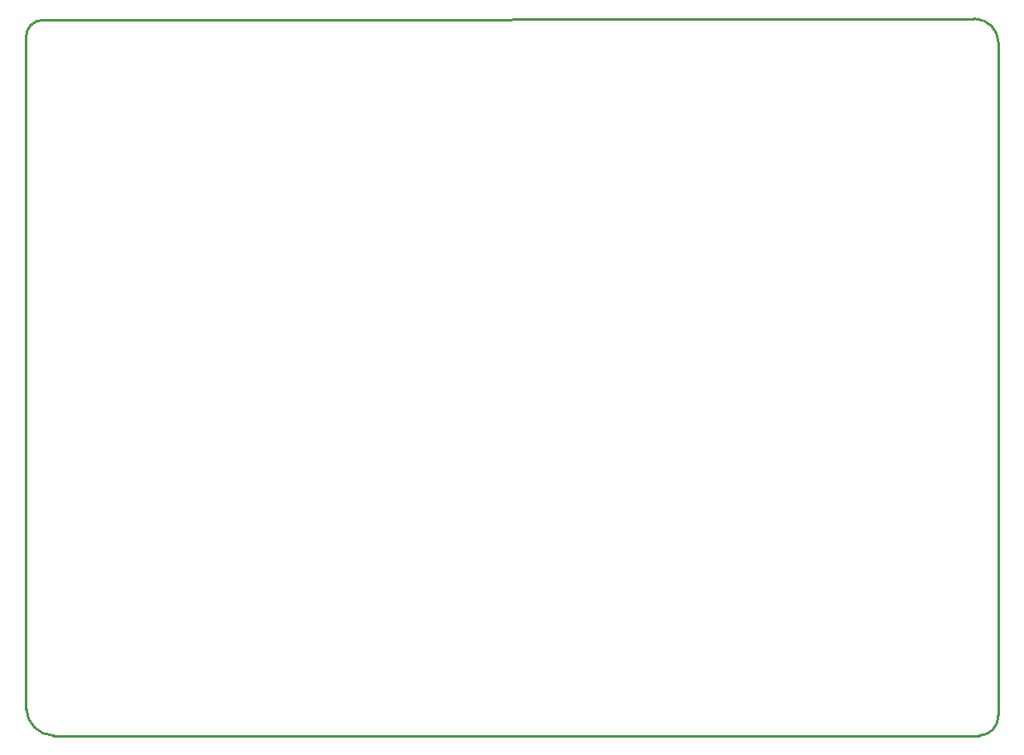
<source format=gm1>
G04*
G04 #@! TF.GenerationSoftware,Altium Limited,Altium Designer,21.7.2 (23)*
G04*
G04 Layer_Color=16711935*
%FSLAX25Y25*%
%MOIN*%
G70*
G04*
G04 #@! TF.SameCoordinates,8516E6F5-4896-463E-9EC1-BE868EEF7334*
G04*
G04*
G04 #@! TF.FilePolarity,Positive*
G04*
G01*
G75*
%ADD11C,0.01000*%
D11*
X581500Y211000D02*
G03*
X589199Y219199I-250J7949D01*
G01*
Y490301D02*
G03*
X579500Y500000I-9699J0D01*
G01*
X197743Y222257D02*
G03*
X209000Y211000I11257J0D01*
G01*
X204500Y499500D02*
G03*
X197698Y492698I0J-6802D01*
G01*
X197500Y221500D02*
Y492443D01*
X589199Y219199D02*
Y490301D01*
X204500Y499501D02*
X579481Y499988D01*
X208500Y210954D02*
X581620Y210954D01*
X581500Y211000D02*
G03*
X589199Y219199I-250J7949D01*
G01*
Y490301D02*
G03*
X579500Y500000I-9699J0D01*
G01*
X197743Y222257D02*
G03*
X209000Y211000I11257J0D01*
G01*
X204500Y499500D02*
G03*
X197698Y492698I0J-6802D01*
G01*
X197500Y221500D02*
Y492443D01*
X589199Y219199D02*
Y490301D01*
X204500Y499501D02*
X579481Y499988D01*
X208500Y210954D02*
X581620Y210954D01*
M02*

</source>
